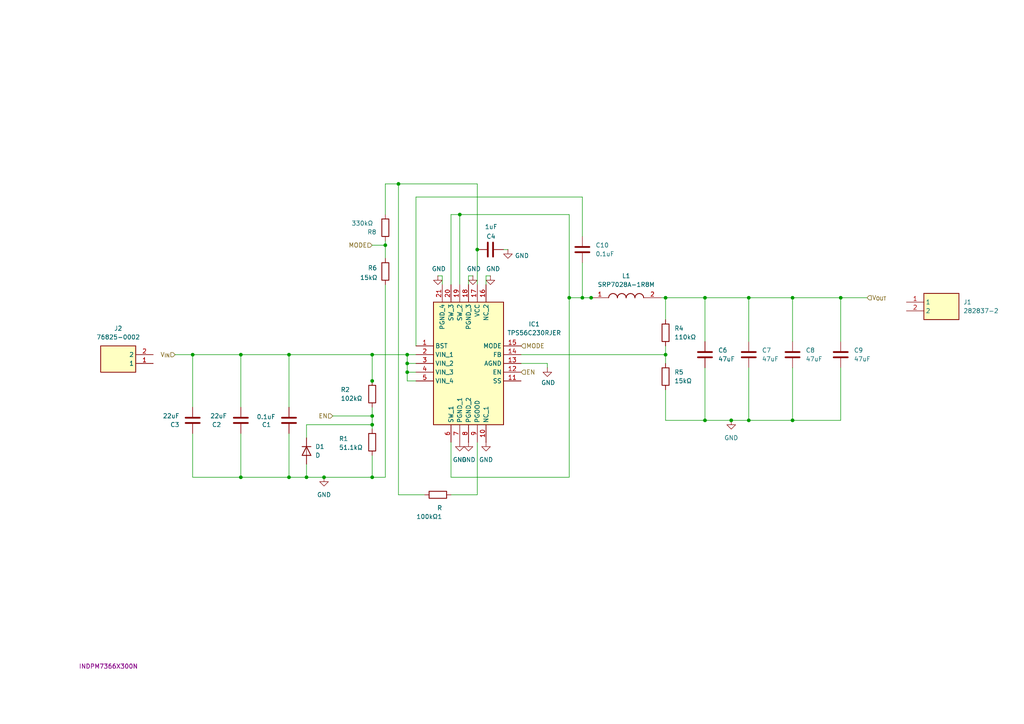
<source format=kicad_sch>
(kicad_sch (version 20240101) (generator "eeschema") (generator_version "8.99")
  (paper "A4")
  (lib_symbols
    (symbol "282837-2:282837-2"
      (property "Reference" "J" (at 16.51 7.62 0))
      (property "Value" "282837-2" (at 16.51 5.08 0))
      (symbol "282837-2_1_1"
        (rectangle (start 5.08 2.54) (end 15.24 -5.08) (stroke (width 0.254)) (fill (type background)))
        (pin passive line (at 0 0 0) (length 5.08) (name "1") (number "1"))
        (pin passive line (at 0 -2.54 0) (length 5.08) (name "2") (number "2"))
      )
    )
    (symbol "76825-0002:76825-0002"
      (property "Reference" "J" (at 16.51 7.62 0))
      (property "Value" "76825-0002" (at 16.51 5.08 0))
      (symbol "76825-0002_1_1"
        (rectangle (start 5.08 2.54) (end 15.24 -5.08) (stroke (width 0.254)) (fill (type background)))
        (pin passive line (at 0 0 0) (length 5.08) (name "1") (number "1"))
        (pin passive line (at 0 -2.54 0) (length 5.08) (name "2") (number "2"))
      )
    )
    (symbol "Device:C" (pin_numbers hide) (pin_names (offset 0.254))
      (property "Reference" "C" (at 0.635 2.54 0))
      (property "Value" "C" (at 0.635 -2.54 0))
      (symbol "C_0_1"
        (polyline (pts (xy -2.032 -0.762) (xy 2.032 -0.762)) (stroke (width 0.508)))
        (polyline (pts (xy -2.032 0.762) (xy 2.032 0.762)) (stroke (width 0.508)))
      )
      (symbol "C_1_1"
        (pin passive line (at 0 3.81 270) (length 2.794) (name "~") (number "1"))
        (pin passive line (at 0 -3.81 90) (length 2.794) (name "~") (number "2"))
      )
    )
    (symbol "Device:D" (pin_numbers hide) (pin_names (offset 1.016) hide)
      (property "Reference" "D" (at 0 2.54 0))
      (property "Value" "D" (at 0 -2.54 0))
      (symbol "D_0_1"
        (polyline (pts (xy -1.27 1.27) (xy -1.27 -1.27)) (stroke (width 0.254)))
        (polyline (pts (xy 1.27 0) (xy -1.27 0)))
        (polyline (pts (xy 1.27 1.27) (xy 1.27 -1.27) (xy -1.27 0) (xy 1.27 1.27)) (stroke (width 0.254)))
      )
      (symbol "D_1_1"
        (pin passive line (at -3.81 0 0) (length 2.54) (name "K") (number "1"))
        (pin passive line (at 3.81 0 180) (length 2.54) (name "A") (number "2"))
      )
    )
    (symbol "Device:R" (pin_numbers hide) (pin_names (offset 0))
      (property "Reference" "R" (at 2.032 0 90))
      (property "Value" "R" (at 0 0 90))
      (symbol "R_0_1"
        (rectangle (start -1.016 -2.54) (end 1.016 2.54) (stroke (width 0.254)))
      )
      (symbol "R_1_1"
        (pin passive line (at 0 3.81 270) (length 1.27) (name "~") (number "1"))
        (pin passive line (at 0 -3.81 90) (length 1.27) (name "~") (number "2"))
      )
    )
    (symbol "SRP7028A-1R8M:SRP7028A-1R8M" (pin_names hide)
      (property "Reference" "L" (at 16.51 6.35 0))
      (property "Value" "SRP7028A-1R8M" (at 16.51 3.81 0))
      (symbol "SRP7028A-1R8M_1_1"
        (arc (start 7.62 0) (mid 6.35 1.219) (end 5.08 0) (stroke (width 0.254)))
        (arc (start 10.16 0) (mid 8.89 1.219) (end 7.62 0) (stroke (width 0.254)))
        (arc (start 12.7 0) (mid 11.43 1.219) (end 10.16 0) (stroke (width 0.254)))
        (arc (start 15.24 0) (mid 13.97 1.219) (end 12.7 0) (stroke (width 0.254)))
        (pin passive line (at 0 0 0) (length 5.08) (name "1") (number "1"))
        (pin passive line (at 20.32 0 180) (length 5.08) (name "2") (number "2"))
      )
    )
    (symbol "TPS56C230RJER:TPS56C230RJER"
      (property "Reference" "IC" (at 26.67 17.78 0))
      (property "Value" "TPS56C230RJER" (at 26.67 15.24 0))
      (symbol "TPS56C230RJER_1_1"
        (rectangle (start 5.08 12.7) (end 25.4 -22.86) (stroke (width 0.254)) (fill (type background)))
        (pin passive line (at 0 0 0) (length 5.08) (name "BST") (number "1"))
        (pin passive line (at 20.32 -27.94 90) (length 5.08) (name "NC_1") (number "10"))
        (pin passive line (at 30.48 -10.16 180) (length 5.08) (name "SS") (number "11"))
        (pin passive line (at 30.48 -7.62 180) (length 5.08) (name "EN") (number "12"))
        (pin passive line (at 30.48 -5.08 180) (length 5.08) (name "AGND") (number "13"))
        (pin passive line (at 30.48 -2.54 180) (length 5.08) (name "FB") (number "14"))
        (pin passive line (at 30.48 0 180) (length 5.08) (name "MODE") (number "15"))
        (pin passive line (at 20.32 17.78 270) (length 5.08) (name "NC_2") (number "16"))
        (pin passive line (at 17.78 17.78 270) (length 5.08) (name "VCC") (number "17"))
        (pin passive line (at 15.24 17.78 270) (length 5.08) (name "PGND_3") (number "18"))
        (pin passive line (at 12.7 17.78 270) (length 5.08) (name "SW_2") (number "19"))
        (pin passive line (at 0 -2.54 0) (length 5.08) (name "VIN_1") (number "2"))
        (pin passive line (at 10.16 17.78 270) (length 5.08) (name "SW_3") (number "20"))
        (pin passive line (at 7.62 17.78 270) (length 5.08) (name "PGND_4") (number "21"))
        (pin passive line (at 0 -5.08 0) (length 5.08) (name "VIN_2") (number "3"))
        (pin passive line (at 0 -7.62 0) (length 5.08) (name "VIN_3") (number "4"))
        (pin passive line (at 0 -10.16 0) (length 5.08) (name "VIN_4") (number "5"))
        (pin passive line (at 10.16 -27.94 90) (length 5.08) (name "SW_1") (number "6"))
        (pin passive line (at 12.7 -27.94 90) (length 5.08) (name "PGND_1") (number "7"))
        (pin passive line (at 15.24 -27.94 90) (length 5.08) (name "PGND_2") (number "8"))
        (pin passive line (at 17.78 -27.94 90) (length 5.08) (name "PGOOD") (number "9"))
      )
    )
    (symbol "power:GND" (power) (pin_numbers hide) (pin_names (offset 0) hide)
      (property "Value" "GND" (at 0 -3.81 0))
      (symbol "GND_0_1"
        (polyline (pts (xy 0 0) (xy 0 -1.27) (xy 1.27 -1.27) (xy 0 -2.54) (xy -1.27 -1.27) (xy 0 -1.27)))
      )
      (symbol "GND_1_1"
        (pin power_in line (at 0 0 270) (length 0) (name "~") (number "1"))
      )
    )
  )
  (junction (at 118.11 102.87))
  (junction (at 107.95 123.19))
  (junction (at 243.84 86.36))
  (junction (at 107.95 120.65))
  (junction (at 55.88 102.87))
  (junction (at 168.91 86.36))
  (junction (at 133.35 62.23))
  (junction (at 88.9 138.43))
  (junction (at 111.76 71.12))
  (junction (at 212.09 121.92))
  (junction (at 217.17 86.36))
  (junction (at 93.98 138.43))
  (junction (at 229.87 121.92))
  (junction (at 204.47 121.92))
  (junction (at 107.95 110.49))
  (junction (at 107.95 102.87))
  (junction (at 69.85 102.87))
  (junction (at 118.11 105.41))
  (junction (at 107.95 138.43))
  (junction (at 115.57 53.34))
  (junction (at 118.11 107.95))
  (junction (at 217.17 121.92))
  (junction (at 193.04 102.87))
  (junction (at 69.85 138.43))
  (junction (at 193.04 86.36))
  (junction (at 83.82 138.43))
  (junction (at 83.82 102.87))
  (junction (at 204.47 86.36))
  (junction (at 229.87 86.36))
  (junction (at 138.43 72.39))
  (junction (at 165.1 86.36))
  (junction (at 171.45 86.36))
  (wire (pts (xy 212.09 121.92) (xy 217.17 121.92)))
  (wire (pts (xy 147.32 72.39) (xy 146.05 72.39)))
  (wire (pts (xy 120.65 57.15) (xy 168.91 57.15)))
  (wire (pts (xy 217.17 86.36) (xy 217.17 99.06)))
  (wire (pts (xy 118.11 107.95) (xy 118.11 110.49)))
  (wire (pts (xy 137.16 80.01) (xy 135.89 80.01)))
  (wire (pts (xy 229.87 106.68) (xy 229.87 121.92)))
  (wire (pts (xy 107.95 111.76) (xy 107.95 110.49)))
  (wire (pts (xy 50.8 102.87) (xy 55.88 102.87)))
  (wire (pts (xy 130.81 82.55) (xy 130.81 62.23)))
  (wire (pts (xy 142.24 80.01) (xy 140.97 80.01)))
  (wire (pts (xy 107.95 71.12) (xy 111.76 71.12)))
  (wire (pts (xy 130.81 62.23) (xy 133.35 62.23)))
  (wire (pts (xy 83.82 138.43) (xy 88.9 138.43)))
  (wire (pts (xy 107.95 110.49) (xy 107.95 102.87)))
  (wire (pts (xy 229.87 121.92) (xy 243.84 121.92)))
  (wire (pts (xy 111.76 82.55) (xy 111.76 138.43)))
  (wire (pts (xy 168.91 57.15) (xy 168.91 68.58)))
  (wire (pts (xy 193.04 86.36) (xy 193.04 92.71)))
  (wire (pts (xy 130.81 138.43) (xy 165.1 138.43)))
  (wire (pts (xy 193.04 86.36) (xy 204.47 86.36)))
  (wire (pts (xy 115.57 53.34) (xy 111.76 53.34)))
  (wire (pts (xy 130.81 128.27) (xy 130.81 138.43)))
  (wire (pts (xy 115.57 143.51) (xy 123.19 143.51)))
  (wire (pts (xy 217.17 86.36) (xy 229.87 86.36)))
  (wire (pts (xy 217.17 121.92) (xy 229.87 121.92)))
  (wire (pts (xy 151.13 102.87) (xy 193.04 102.87)))
  (wire (pts (xy 107.95 120.65) (xy 107.95 123.19)))
  (wire (pts (xy 204.47 106.68) (xy 204.47 121.92)))
  (wire (pts (xy 107.95 118.11) (xy 107.95 120.65)))
  (wire (pts (xy 165.1 86.36) (xy 168.91 86.36)))
  (wire (pts (xy 107.95 102.87) (xy 118.11 102.87)))
  (wire (pts (xy 55.88 102.87) (xy 69.85 102.87)))
  (wire (pts (xy 107.95 123.19) (xy 107.95 124.46)))
  (wire (pts (xy 193.04 113.03) (xy 193.04 121.92)))
  (wire (pts (xy 151.13 105.41) (xy 158.75 105.41)))
  (wire (pts (xy 140.97 80.01) (xy 140.97 82.55)))
  (wire (pts (xy 217.17 106.68) (xy 217.17 121.92)))
  (wire (pts (xy 158.75 105.41) (xy 158.75 106.68)))
  (wire (pts (xy 118.11 105.41) (xy 120.65 105.41)))
  (wire (pts (xy 107.95 123.19) (xy 88.9 123.19)))
  (wire (pts (xy 88.9 123.19) (xy 88.9 127)))
  (wire (pts (xy 83.82 118.11) (xy 83.82 102.87)))
  (wire (pts (xy 204.47 86.36) (xy 217.17 86.36)))
  (wire (pts (xy 111.76 69.85) (xy 111.76 71.12)))
  (wire (pts (xy 204.47 121.92) (xy 212.09 121.92)))
  (wire (pts (xy 243.84 121.92) (xy 243.84 106.68)))
  (wire (pts (xy 127 80.01) (xy 128.27 80.01)))
  (wire (pts (xy 69.85 118.11) (xy 69.85 102.87)))
  (wire (pts (xy 118.11 102.87) (xy 118.11 105.41)))
  (wire (pts (xy 118.11 102.87) (xy 120.65 102.87)))
  (wire (pts (xy 138.43 53.34) (xy 138.43 72.39)))
  (wire (pts (xy 193.04 102.87) (xy 193.04 100.33)))
  (wire (pts (xy 165.1 86.36) (xy 165.1 138.43)))
  (wire (pts (xy 171.45 86.36) (xy 172.72 86.36)))
  (wire (pts (xy 130.81 143.51) (xy 138.43 143.51)))
  (wire (pts (xy 69.85 138.43) (xy 83.82 138.43)))
  (wire (pts (xy 168.91 86.36) (xy 171.45 86.36)))
  (wire (pts (xy 88.9 138.43) (xy 93.98 138.43)))
  (wire (pts (xy 243.84 86.36) (xy 243.84 99.06)))
  (wire (pts (xy 69.85 102.87) (xy 83.82 102.87)))
  (wire (pts (xy 69.85 138.43) (xy 55.88 138.43)))
  (wire (pts (xy 128.27 80.01) (xy 128.27 82.55)))
  (wire (pts (xy 229.87 86.36) (xy 243.84 86.36)))
  (wire (pts (xy 111.76 138.43) (xy 107.95 138.43)))
  (wire (pts (xy 135.89 80.01) (xy 135.89 82.55)))
  (wire (pts (xy 229.87 86.36) (xy 229.87 99.06)))
  (wire (pts (xy 118.11 107.95) (xy 120.65 107.95)))
  (wire (pts (xy 120.65 57.15) (xy 120.65 100.33)))
  (wire (pts (xy 55.88 138.43) (xy 55.88 125.73)))
  (wire (pts (xy 55.88 118.11) (xy 55.88 102.87)))
  (wire (pts (xy 96.52 120.65) (xy 107.95 120.65)))
  (wire (pts (xy 193.04 121.92) (xy 204.47 121.92)))
  (wire (pts (xy 133.35 62.23) (xy 133.35 82.55)))
  (wire (pts (xy 204.47 86.36) (xy 204.47 99.06)))
  (wire (pts (xy 118.11 105.41) (xy 118.11 107.95)))
  (wire (pts (xy 83.82 102.87) (xy 107.95 102.87)))
  (wire (pts (xy 138.43 143.51) (xy 138.43 128.27)))
  (wire (pts (xy 69.85 138.43) (xy 69.85 125.73)))
  (wire (pts (xy 168.91 76.2) (xy 168.91 86.36)))
  (wire (pts (xy 138.43 72.39) (xy 138.43 82.55)))
  (wire (pts (xy 165.1 62.23) (xy 165.1 86.36)))
  (wire (pts (xy 83.82 138.43) (xy 83.82 125.73)))
  (wire (pts (xy 88.9 134.62) (xy 88.9 138.43)))
  (wire (pts (xy 118.11 110.49) (xy 120.65 110.49)))
  (wire (pts (xy 111.76 62.23) (xy 111.76 53.34)))
  (wire (pts (xy 107.95 132.08) (xy 107.95 138.43)))
  (wire (pts (xy 115.57 53.34) (xy 138.43 53.34)))
  (wire (pts (xy 191.77 86.36) (xy 193.04 86.36)))
  (wire (pts (xy 111.76 71.12) (xy 111.76 74.93)))
  (wire (pts (xy 243.84 86.36) (xy 251.46 86.36)))
  (wire (pts (xy 115.57 53.34) (xy 115.57 143.51)))
  (wire (pts (xy 133.35 62.23) (xy 165.1 62.23)))
  (wire (pts (xy 193.04 102.87) (xy 193.04 105.41)))
  (wire (pts (xy 107.95 138.43) (xy 93.98 138.43)))
  (hierarchical_label "EN" (shape input) (at 151.13 107.95 0))
  (hierarchical_label "EN" (shape input) (at 96.52 120.65 180))
  (hierarchical_label "V_{IN}" (shape input) (at 50.8 102.87 180))
  (hierarchical_label "MODE" (shape input) (at 107.95 71.12 180))
  (hierarchical_label "MODE" (shape input) (at 151.13 100.33 0))
  (hierarchical_label "V_{OUT}" (shape input) (at 251.46 86.36 0))
  (symbol (lib_id "Device:R") (at 107.95 128.27 0) (unit 1)
    (property "Reference" "R1" (at 98.298 127.254 0) (effects (justify left)))
    (property "Value" "51.1kΩ" (at 98.298 129.794 0) (effects (justify left)))
    (property "Footprint" "Resistor_SMD:R_0603_1608Metric" (effects (hide yes)))
    (property "Description" "Resistor" (effects (hide yes)))
  )
  (symbol (lib_id "Device:C") (at 168.91 72.39 0) (unit 1)
    (property "Reference" "C10" (at 172.72 71.1199 0) (effects (justify left)))
    (property "Value" "0.1uF" (at 172.72 73.6599 0) (effects (justify left)))
    (property "Footprint" "Capacitor_SMD:C_0603_1608Metric" (effects (hide yes)))
    (property "Description" "Unpolarized capacitor" (effects (hide yes)))
  )
  (symbol (lib_id "Device:C") (at 55.88 121.92 180) (unit 1)
    (property "Reference" "C3" (at 52.07 123.1901 0) (effects (justify left)))
    (property "Value" "22uF" (at 52.07 120.6501 0) (effects (justify left)))
    (property "Footprint" "Capacitor_SMD:C_0805_2012Metric" (effects (hide yes)))
    (property "Description" "Unpolarized capacitor" (effects (hide yes)))
  )
  (symbol (lib_id "power:GND") (at 133.35 128.27 0) (unit 1)
    (property "Reference" "#PWR01" (effects (hide yes)))
    (property "Value" "GND" (at 133.35 133.35 0))
    (property "Description" "Power symbol creates a global label with name \"GND\" , ground" (effects (hide yes)))
  )
  (symbol (lib_id "power:GND") (at 127 80.01 0) (unit 1)
    (property "Reference" "#PWR05" (effects (hide yes)))
    (property "Value" "GND" (at 125.222 77.978 0) (effects (justify left)))
    (property "Description" "Power symbol creates a global label with name \"GND\" , ground" (effects (hide yes)))
  )
  (symbol (lib_id "Device:R") (at 107.95 114.3 0) (unit 1)
    (property "Reference" "R2" (at 98.806 113.03 0) (effects (justify left)))
    (property "Value" "102kΩ" (at 98.806 115.57 0) (effects (justify left)))
    (property "Footprint" "Resistor_SMD:R_0603_1608Metric" (effects (hide yes)))
    (property "Description" "Resistor" (effects (hide yes)))
  )
  (symbol (lib_id "power:GND") (at 142.24 80.01 0) (unit 1)
    (property "Reference" "#PWR07" (effects (hide yes)))
    (property "Value" "GND" (at 140.97 77.978 0) (effects (justify left)))
    (property "Description" "Power symbol creates a global label with name \"GND\" , ground" (effects (hide yes)))
  )
  (symbol (lib_id "power:GND") (at 93.98 138.43 0) (unit 1)
    (property "Reference" "#PWR06" (effects (hide yes)))
    (property "Value" "GND" (at 93.98 143.51 0))
    (property "Description" "Power symbol creates a global label with name \"GND\" , ground" (effects (hide yes)))
  )
  (symbol (lib_id "Device:R") (at 193.04 109.22 0) (unit 1)
    (property "Reference" "R5" (at 195.58 107.9499 0) (effects (justify left)))
    (property "Value" "15kΩ " (at 195.58 110.4899 0) (effects (justify left)))
    (property "Footprint" "Resistor_SMD:R_0603_1608Metric" (effects (hide yes)))
    (property "Description" "Resistor" (effects (hide yes)))
  )
  (symbol (lib_id "Device:R") (at 193.04 96.52 0) (unit 1)
    (property "Reference" "R4" (at 195.58 95.2499 0) (effects (justify left)))
    (property "Value" "110kΩ " (at 195.58 97.7899 0) (effects (justify left)))
    (property "Footprint" "Resistor_SMD:R_0603_1608Metric" (effects (hide yes)))
    (property "Description" "Resistor" (effects (hide yes)))
  )
  (symbol (lib_id "76825-0002:76825-0002") (at 44.45 105.41 180) (unit 1)
    (property "Reference" "J2" (at 34.29 95.25 0))
    (property "Value" "76825-0002" (at 34.29 97.79 0))
    (property "Footprint" "768250002" (effects (hide yes)))
    (property "Datasheet" "https://www.molex.com/pdm_docs/sd/768250002_sd.pdf" (effects (hide yes)))
    (property "Description" "MOLEX - 76825-0002 - CONNECTOR, HEADER, 2POS, 2ROW, 5.7MM" (effects (hide yes)))
    (property "Height" "14" (effects (hide yes)))
    (property "Mouser Part Number" "538-76825-0002" (effects (hide yes)))
    (property "Mouser Price/Stock" "https://www.mouser.co.uk/ProductDetail/Molex/76825-0002?qs=KpdAywxU011SrMvnYgR78w%3D%3D" (effects (hide yes)))
    (property "Manufacturer_Name" "Molex" (effects (hide yes)))
    (property "Manufacturer_Part_Number" "76825-0002" (effects (hide yes)))
  )
  (symbol (lib_id "SRP7028A-1R8M:SRP7028A-1R8M") (at 171.45 86.36 0) (unit 1)
    (property "Reference" "L1" (at 181.61 80.01 0))
    (property "Value" "SRP7028A-1R8M" (at 181.61 82.55 0))
    (property "Footprint" "INDPM7366X300N" (at 22.86 192.532 0) (effects (justify left top)))
    (property "Datasheet" "http://www.farnell.com/datasheets/2361968.pdf" (effects (hide yes)))
    (property "Description" "Bourns SRP7028A Series Shielded Wire-wound SMD Inductor with a Carbonyl Powder Core, 1.8 uH +/-20% 8.5A Idc" (effects (hide yes)))
    (property "Height" "3" (effects (hide yes)))
    (property "Manufacturer_Name" "Bourns" (effects (hide yes)))
    (property "Manufacturer_Part_Number" "SRP7028A-1R8M" (effects (hide yes)))
    (property "Mouser Part Number" "652-SRP7028A-1R8M" (effects (hide yes)))
    (property "Mouser Price/Stock" "https://www.mouser.co.uk/ProductDetail/Bourns/SRP7028A-1R8M?qs=7z%252BmIopC6%2FJ3f%2FcMDr%252Bn6A%3D%3D" (effects (hide yes)))
    (property "Arrow Part Number" "SRP7028A-1R8M" (effects (hide yes)))
    (property "Arrow Price/Stock" "https://www.arrow.com/en/products/srp7028a-1r8m/bourns?region=nac" (effects (hide yes)))
  )
  (symbol (lib_id "power:GND") (at 212.09 121.92 0) (unit 1)
    (property "Reference" "#PWR012" (effects (hide yes)))
    (property "Value" "GND" (at 212.09 127 0))
    (property "Description" "Power symbol creates a global label with name \"GND\" , ground" (effects (hide yes)))
  )
  (symbol (lib_id "power:GND") (at 147.32 72.39 0) (unit 1)
    (property "Reference" "#PWR010" (effects (hide yes)))
    (property "Value" "GND" (at 151.384 74.168 0))
    (property "Description" "Power symbol creates a global label with name \"GND\" , ground" (effects (hide yes)))
  )
  (symbol (lib_id "Device:C") (at 69.85 121.92 180) (unit 1)
    (property "Reference" "C2" (at 61.468 123.19 0) (effects (justify right)))
    (property "Value" "22uF" (at 60.96 120.65 0) (effects (justify right)))
    (property "Footprint" "Capacitor_SMD:C_0805_2012Metric" (effects (hide yes)))
    (property "Description" "Unpolarized capacitor" (effects (hide yes)))
  )
  (symbol (lib_id "power:GND") (at 135.89 128.27 0) (unit 1)
    (property "Reference" "#PWR02" (effects (hide yes)))
    (property "Value" "GND" (at 135.89 133.35 0))
    (property "Description" "Power symbol creates a global label with name \"GND\" , ground" (effects (hide yes)))
  )
  (symbol (lib_id "Device:C") (at 83.82 121.92 180) (unit 1)
    (property "Reference" "C1" (at 75.946 123.19 0) (effects (justify right)))
    (property "Value" "0.1uF" (at 74.422 120.904 0) (effects (justify right)))
    (property "Footprint" "Capacitor_SMD:C_0603_1608Metric" (effects (hide yes)))
    (property "Description" "Unpolarized capacitor" (effects (hide yes)))
  )
  (symbol (lib_id "Device:R") (at 127 143.51 90) (unit 1)
    (property "Reference" "100kΩ1" (at 128.27 149.86 90) (effects (justify left)))
    (property "Value" "R" (at 128.27 147.32 90) (effects (justify left)))
    (property "Footprint" "Resistor_SMD:R_0603_1608Metric" (effects (hide yes)))
    (property "Description" "Resistor" (effects (hide yes)))
  )
  (symbol (lib_id "Device:R") (at 111.76 66.04 180) (unit 1)
    (property "Reference" "R8" (at 109.22 67.3101 0) (effects (justify left)))
    (property "Value" "330kΩ " (at 109.22 64.7701 0) (effects (justify left)))
    (property "Footprint" "Resistor_SMD:R_0603_1608Metric" (effects (hide yes)))
    (property "Description" "Resistor" (effects (hide yes)))
  )
  (symbol (lib_id "282837-2:282837-2") (at 262.89 87.63 0) (unit 1)
    (property "Reference" "J1" (at 279.4 87.6299 0) (effects (justify left)))
    (property "Value" "282837-2" (at 279.4 90.1699 0) (effects (justify left)))
    (property "Footprint" "2828372" (effects (hide yes)))
    (property "Datasheet" "https://www.te.com/commerce/DocumentDelivery/DDEController?Action=srchrtrv&DocNm=1-1773458-1_EURO_STYLE_QRG&DocType=Data%20Sheet&DocLang=English&PartCntxt=282837-2&DocFormat=pdf" (effects (hide yes)))
    (property "Description" "Body Features: Product Orientation Vertical | Primary Product Color Green | Configuration Features: Wire Entry Location Side | Stacking Configuration Side Stackable | Number of Rows 1 | Stacked Levels Without | Number of Positions 2 | Wire Entry Angle 90 | Contact Features: Contact Current Rating (Max) 13.5 AMP | Contact Mating Area Plating Material Tin | Contact Base Material Brass | Dimensions: Wire Size 30  16 AWG | Wire Size .05  1.3 MMSQ | Electrical Characteristics: Operating Voltage 300 VAC |" (effects (hide yes)))
    (property "Height" "10.3" (effects (hide yes)))
    (property "Manufacturer_Name" "TE Connectivity" (effects (hide yes)))
    (property "Manufacturer_Part_Number" "282837-2" (effects (hide yes)))
    (property "Mouser Part Number" "571-2828372" (effects (hide yes)))
    (property "Mouser Price/Stock" "https://www.mouser.co.uk/ProductDetail/TE-Connectivity/282837-2?qs=A%252Bip%252BNCYi6O2H0NGWOeAxg%3D%3D" (effects (hide yes)))
    (property "Arrow Part Number" "282837-2" (effects (hide yes)))
    (property "Arrow Price/Stock" "https://www.arrow.com/en/products/282837-2/te-connectivity?region=europe" (effects (hide yes)))
  )
  (symbol (lib_id "Device:C") (at 217.17 102.87 0) (unit 1)
    (property "Reference" "C7" (at 220.98 101.5999 0) (effects (justify left)))
    (property "Value" "47uF" (at 220.98 104.1399 0) (effects (justify left)))
    (property "Footprint" "Capacitor_SMD:C_0805_2012Metric" (effects (hide yes)))
    (property "Description" "Unpolarized capacitor" (effects (hide yes)))
  )
  (symbol (lib_id "Device:D") (at 88.9 130.81 270) (unit 1)
    (property "Reference" "D1" (at 91.44 129.5399 90) (effects (justify left)))
    (property "Value" "D" (at 91.44 132.0799 90) (effects (justify left)))
    (property "Footprint" "Diode_SMD:D_0603_1608Metric" (effects (hide yes)))
    (property "Description" "Diode" (effects (hide yes)))
    (property "Sim.Device" "D" (effects (hide yes)))
    (property "Sim.Pins" "1=K 2=A" (effects (hide yes)))
  )
  (symbol (lib_id "power:GND") (at 158.75 106.68 0) (unit 1)
    (property "Reference" "#PWR03" (effects (hide yes)))
    (property "Value" "GND" (at 161.036 110.998 0) (effects (justify right)))
    (property "Description" "Power symbol creates a global label with name \"GND\" , ground" (effects (hide yes)))
  )
  (symbol (lib_id "Device:C") (at 229.87 102.87 0) (unit 1)
    (property "Reference" "C8" (at 233.68 101.5999 0) (effects (justify left)))
    (property "Value" "47uF" (at 233.68 104.1399 0) (effects (justify left)))
    (property "Footprint" "Capacitor_SMD:C_0805_2012Metric" (effects (hide yes)))
    (property "Description" "Unpolarized capacitor" (effects (hide yes)))
  )
  (symbol (lib_id "TPS56C230RJER:TPS56C230RJER") (at 120.65 100.33 0) (unit 1)
    (property "Reference" "IC1" (at 154.94 94.0114 0))
    (property "Value" "TPS56C230RJER" (at 154.94 96.5514 0))
    (property "Footprint" "QFN45P300X300X100-21N-D" (effects (hide yes)))
    (property "Datasheet" "https://www.ti.com/lit/gpn/TPS56C230" (effects (hide yes)))
    (property "Description" "Switching Voltage Regulators 4.5-V to 18-V, 12-A synchronous buck converter 20-VQFN-HR -40 to 125" (effects (hide yes)))
    (property "Height" "1" (effects (hide yes)))
    (property "Manufacturer_Name" "Texas Instruments" (effects (hide yes)))
    (property "Manufacturer_Part_Number" "TPS56C230RJER" (effects (hide yes)))
    (property "Mouser Part Number" "595-TPS56C230RJER" (effects (hide yes)))
    (property "Mouser Price/Stock" "https://www.mouser.co.uk/ProductDetail/Texas-Instruments/TPS56C230RJER?qs=B6kkDfuK7%2FDZws9l9ZFrjw%3D%3D" (effects (hide yes)))
    (property "Arrow Part Number" "TPS56C230RJER" (effects (hide yes)))
    (property "Arrow Price/Stock" "https://www.arrow.com/en/products/tps56c230rjer/texas-instruments?region=nac" (effects (hide yes)))
  )
  (symbol (lib_id "power:GND") (at 137.16 80.01 0) (unit 1)
    (property "Reference" "#PWR04" (effects (hide yes)))
    (property "Value" "GND" (at 135.382 77.978 0) (effects (justify left)))
    (property "Description" "Power symbol creates a global label with name \"GND\" , ground" (effects (hide yes)))
  )
  (symbol (lib_id "Device:C") (at 243.84 102.87 0) (unit 1)
    (property "Reference" "C9" (at 247.65 101.5999 0) (effects (justify left)))
    (property "Value" "47uF" (at 247.65 104.1399 0) (effects (justify left)))
    (property "Footprint" "Capacitor_SMD:C_0805_2012Metric" (effects (hide yes)))
    (property "Description" "Unpolarized capacitor" (effects (hide yes)))
  )
  (symbol (lib_id "Device:R") (at 111.76 78.74 0) (unit 1)
    (property "Reference" "R6" (at 106.68 77.724 0) (effects (justify left)))
    (property "Value" "15kΩ " (at 104.394 80.518 0) (effects (justify left)))
    (property "Footprint" "Resistor_SMD:R_0603_1608Metric" (effects (hide yes)))
    (property "Description" "Resistor" (effects (hide yes)))
  )
  (symbol (lib_id "Device:C") (at 204.47 102.87 0) (unit 1)
    (property "Reference" "C6" (at 208.28 101.5999 0) (effects (justify left)))
    (property "Value" "47uF" (at 208.28 104.1399 0) (effects (justify left)))
    (property "Footprint" "Capacitor_SMD:C_0805_2012Metric" (effects (hide yes)))
    (property "Description" "Unpolarized capacitor" (effects (hide yes)))
  )
  (symbol (lib_id "power:GND") (at 140.97 128.27 0) (unit 1)
    (property "Reference" "#PWR08" (effects (hide yes)))
    (property "Value" "GND" (at 140.97 133.35 0))
    (property "Description" "Power symbol creates a global label with name \"GND\" , ground" (effects (hide yes)))
  )
  (symbol (lib_id "Device:C") (at 142.24 72.39 90) (unit 1)
    (property "Reference" "C4" (at 143.764 68.5801 90) (effects (justify left)))
    (property "Value" "1uF" (at 144.272 65.786 90) (effects (justify left)))
    (property "Footprint" "Capacitor_SMD:C_0603_1608Metric" (effects (hide yes)))
    (property "Description" "Unpolarized capacitor" (effects (hide yes)))
  )
)
</source>
